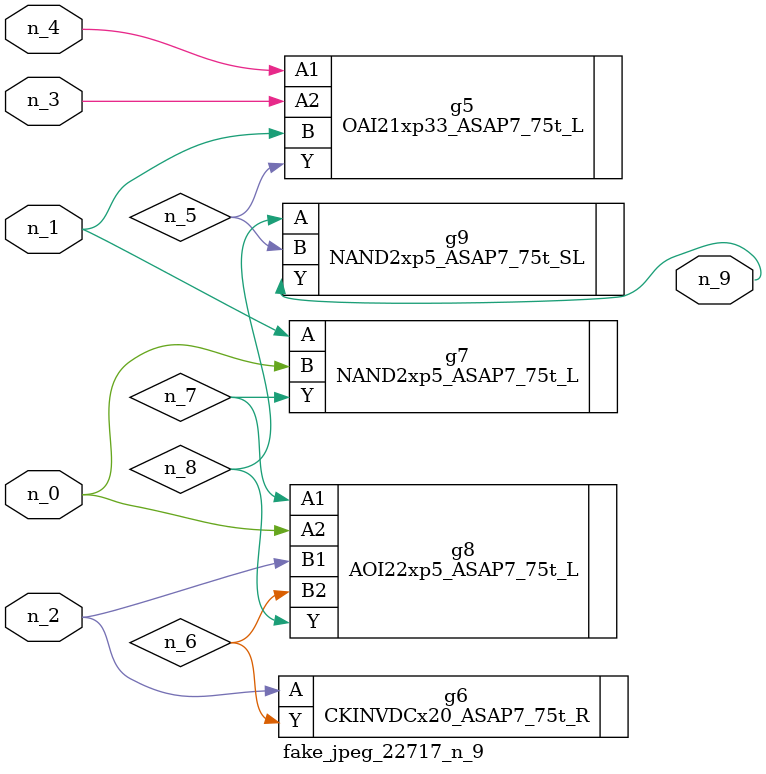
<source format=v>
module fake_jpeg_22717_n_9 (n_3, n_2, n_1, n_0, n_4, n_9);

input n_3;
input n_2;
input n_1;
input n_0;
input n_4;

output n_9;

wire n_8;
wire n_6;
wire n_5;
wire n_7;

OAI21xp33_ASAP7_75t_L g5 ( 
.A1(n_4),
.A2(n_3),
.B(n_1),
.Y(n_5)
);

CKINVDCx20_ASAP7_75t_R g6 ( 
.A(n_2),
.Y(n_6)
);

NAND2xp5_ASAP7_75t_L g7 ( 
.A(n_1),
.B(n_0),
.Y(n_7)
);

AOI22xp5_ASAP7_75t_L g8 ( 
.A1(n_7),
.A2(n_0),
.B1(n_2),
.B2(n_6),
.Y(n_8)
);

NAND2xp5_ASAP7_75t_SL g9 ( 
.A(n_8),
.B(n_5),
.Y(n_9)
);


endmodule
</source>
